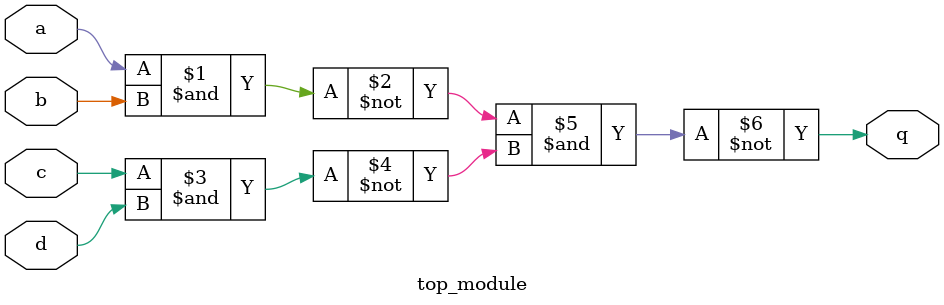
<source format=sv>
module top_module (
    input a, 
    input b, 
    input c, 
    input d,
    output q
);

    assign q = ~(~(a & b) & ~(c & d));
    
endmodule

</source>
